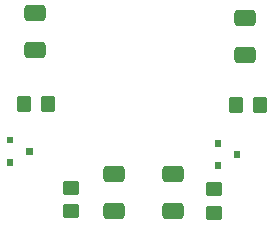
<source format=gbr>
%TF.GenerationSoftware,KiCad,Pcbnew,7.0.5*%
%TF.CreationDate,2023-06-20T08:34:55-05:00*%
%TF.ProjectId,Single.Channel.Amp,53696e67-6c65-42e4-9368-616e6e656c2e,rev?*%
%TF.SameCoordinates,Original*%
%TF.FileFunction,Paste,Top*%
%TF.FilePolarity,Positive*%
%FSLAX46Y46*%
G04 Gerber Fmt 4.6, Leading zero omitted, Abs format (unit mm)*
G04 Created by KiCad (PCBNEW 7.0.5) date 2023-06-20 08:34:55*
%MOMM*%
%LPD*%
G01*
G04 APERTURE LIST*
G04 Aperture macros list*
%AMRoundRect*
0 Rectangle with rounded corners*
0 $1 Rounding radius*
0 $2 $3 $4 $5 $6 $7 $8 $9 X,Y pos of 4 corners*
0 Add a 4 corners polygon primitive as box body*
4,1,4,$2,$3,$4,$5,$6,$7,$8,$9,$2,$3,0*
0 Add four circle primitives for the rounded corners*
1,1,$1+$1,$2,$3*
1,1,$1+$1,$4,$5*
1,1,$1+$1,$6,$7*
1,1,$1+$1,$8,$9*
0 Add four rect primitives between the rounded corners*
20,1,$1+$1,$2,$3,$4,$5,0*
20,1,$1+$1,$4,$5,$6,$7,0*
20,1,$1+$1,$6,$7,$8,$9,0*
20,1,$1+$1,$8,$9,$2,$3,0*%
G04 Aperture macros list end*
%ADD10C,0.100000*%
%ADD11RoundRect,0.250000X0.350000X0.450000X-0.350000X0.450000X-0.350000X-0.450000X0.350000X-0.450000X0*%
%ADD12RoundRect,0.250000X0.650000X-0.412500X0.650000X0.412500X-0.650000X0.412500X-0.650000X-0.412500X0*%
%ADD13RoundRect,0.250000X-0.450000X0.350000X-0.450000X-0.350000X0.450000X-0.350000X0.450000X0.350000X0*%
%ADD14RoundRect,0.250000X-0.650000X0.412500X-0.650000X-0.412500X0.650000X-0.412500X0.650000X0.412500X0*%
G04 APERTURE END LIST*
D10*
%TO.C,MMBT3904*%
X39055000Y-41580000D02*
X38615000Y-41580000D01*
X38615000Y-41580000D02*
X38615000Y-42060000D01*
X38615000Y-42060000D02*
X39055000Y-42060000D01*
X39055000Y-42060000D02*
X39055000Y-41580000D01*
G36*
X39055000Y-41580000D02*
G01*
X38615000Y-41580000D01*
X38615000Y-42060000D01*
X39055000Y-42060000D01*
X39055000Y-41580000D01*
G37*
X40715000Y-42530000D02*
X40235000Y-42530000D01*
X40235000Y-42530000D02*
X40235000Y-43010000D01*
X40235000Y-43010000D02*
X40715000Y-43010000D01*
X40715000Y-43010000D02*
X40715000Y-42530000D01*
G36*
X40715000Y-42530000D02*
G01*
X40235000Y-42530000D01*
X40235000Y-43010000D01*
X40715000Y-43010000D01*
X40715000Y-42530000D01*
G37*
X39055000Y-43480000D02*
X38615000Y-43480000D01*
X38615000Y-43480000D02*
X38615000Y-43960000D01*
X38615000Y-43960000D02*
X39055000Y-43960000D01*
X39055000Y-43960000D02*
X39055000Y-43480000D01*
G36*
X39055000Y-43480000D02*
G01*
X38615000Y-43480000D01*
X38615000Y-43960000D01*
X39055000Y-43960000D01*
X39055000Y-43480000D01*
G37*
%TO.C,MMBT3906*%
X56620000Y-41855000D02*
X56180000Y-41855000D01*
X56180000Y-41855000D02*
X56180000Y-42335000D01*
X56180000Y-42335000D02*
X56620000Y-42335000D01*
X56620000Y-42335000D02*
X56620000Y-41855000D01*
G36*
X56620000Y-41855000D02*
G01*
X56180000Y-41855000D01*
X56180000Y-42335000D01*
X56620000Y-42335000D01*
X56620000Y-41855000D01*
G37*
X58280000Y-42805000D02*
X57800000Y-42805000D01*
X57800000Y-42805000D02*
X57800000Y-43285000D01*
X57800000Y-43285000D02*
X58280000Y-43285000D01*
X58280000Y-43285000D02*
X58280000Y-42805000D01*
G36*
X58280000Y-42805000D02*
G01*
X57800000Y-42805000D01*
X57800000Y-43285000D01*
X58280000Y-43285000D01*
X58280000Y-42805000D01*
G37*
X56620000Y-43755000D02*
X56180000Y-43755000D01*
X56180000Y-43755000D02*
X56180000Y-44235000D01*
X56180000Y-44235000D02*
X56620000Y-44235000D01*
X56620000Y-44235000D02*
X56620000Y-43755000D01*
G36*
X56620000Y-43755000D02*
G01*
X56180000Y-43755000D01*
X56180000Y-44235000D01*
X56620000Y-44235000D01*
X56620000Y-43755000D01*
G37*
%TD*%
D11*
%TO.C,1.0k\u03A9*%
X60035000Y-38915000D03*
X58035000Y-38915000D03*
%TD*%
D12*
%TO.C,10 uF*%
X58740000Y-34632500D03*
X58740000Y-31507500D03*
%TD*%
D13*
%TO.C,4.7\u03A9*%
X44040000Y-45900000D03*
X44040000Y-47900000D03*
%TD*%
D14*
%TO.C,10 uF*%
X52625000Y-44747500D03*
X52625000Y-47872500D03*
%TD*%
D11*
%TO.C,1.0k\u03A9*%
X42070000Y-38805000D03*
X40070000Y-38805000D03*
%TD*%
D12*
%TO.C,10 uF*%
X40960000Y-34202500D03*
X40960000Y-31077500D03*
%TD*%
D14*
%TO.C,10 uF*%
X47625000Y-44747500D03*
X47625000Y-47872500D03*
%TD*%
D13*
%TO.C,4.7\u03A9*%
X56165000Y-46000000D03*
X56165000Y-48000000D03*
%TD*%
M02*

</source>
